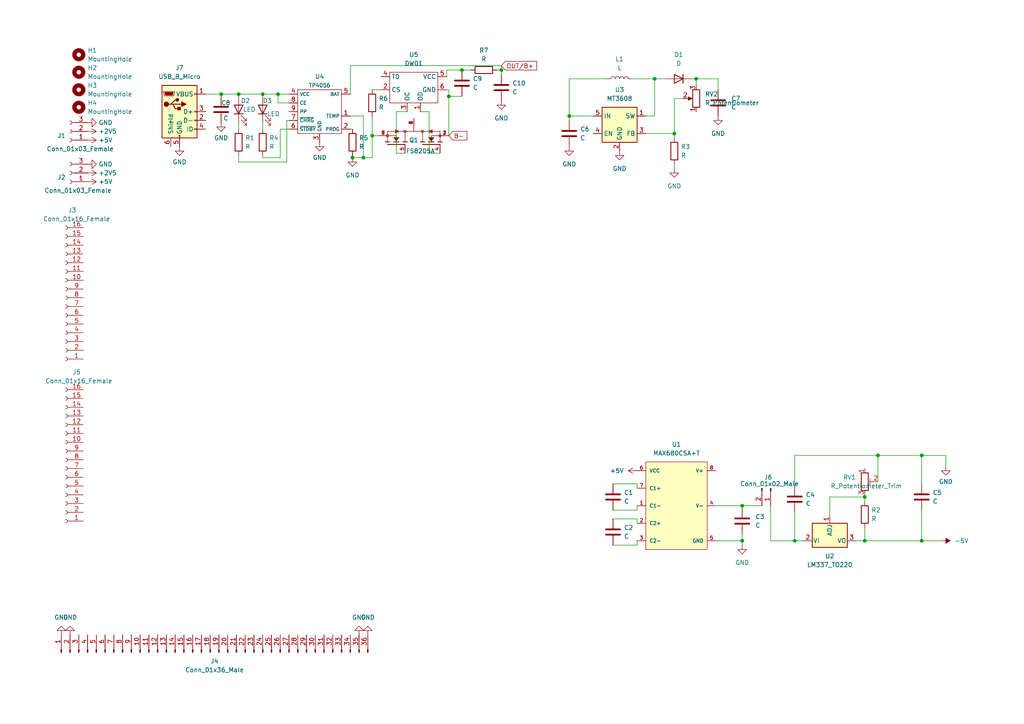
<source format=kicad_sch>
(kicad_sch (version 20211123) (generator eeschema)
  (paper "A4")
  (lib_symbols
    (symbol "Connector:Conn_01x02_Male" (pin_names (offset 1.016) hide)
      (property "Reference" "J" (at 0 2.54 0))
      (property "Value" "Conn_01x02_Male" (at 0 -5.08 0))
      (symbol "Conn_01x02_Male_1_1"
        (polyline (pts (xy 1.27 -2.54) (xy 0.8636 -2.54)) (stroke (width 0.1524)))
        (polyline (pts (xy 1.27 0) (xy 0.8636 0)) (stroke (width 0.1524)))
        (rectangle (start 0.8636 -2.413) (end 0 -2.667) (stroke (width 0.1524)) (fill (type outline)))
        (rectangle (start 0.8636 0.127) (end 0 -0.127) (stroke (width 0.1524)) (fill (type outline)))
        (pin passive line (at 5.08 0 180) (length 3.81) (name "Pin_1") (number "1"))
        (pin passive line (at 5.08 -2.54 180) (length 3.81) (name "Pin_2") (number "2"))
      )
    )
    (symbol "Connector:Conn_01x03_Female" (pin_names (offset 1.016) hide)
      (property "Reference" "J" (at 0 5.08 0))
      (property "Value" "Conn_01x03_Female" (at 0 -5.08 0))
      (symbol "Conn_01x03_Female_1_1"
        (arc (start 0 -2.032) (mid -0.508 -2.54) (end 0 -3.048) (stroke (width 0.1524)))
        (polyline (pts (xy -1.27 -2.54) (xy -0.508 -2.54)) (stroke (width 0.1524)))
        (polyline (pts (xy -1.27 0) (xy -0.508 0)) (stroke (width 0.1524)))
        (polyline (pts (xy -1.27 2.54) (xy -0.508 2.54)) (stroke (width 0.1524)))
        (arc (start 0 0.508) (mid -0.508 0) (end 0 -0.508) (stroke (width 0.1524)))
        (arc (start 0 3.048) (mid -0.508 2.54) (end 0 2.032) (stroke (width 0.1524)))
        (pin passive line (at -5.08 2.54 0) (length 3.81) (name "Pin_1") (number "1"))
        (pin passive line (at -5.08 0 0) (length 3.81) (name "Pin_2") (number "2"))
        (pin passive line (at -5.08 -2.54 0) (length 3.81) (name "Pin_3") (number "3"))
      )
    )
    (symbol "Connector:Conn_01x16_Female" (pin_names (offset 1.016) hide)
      (property "Reference" "J" (at 0 20.32 0))
      (property "Value" "Conn_01x16_Female" (at 0 -22.86 0))
      (symbol "Conn_01x16_Female_1_1"
        (arc (start 0 -19.812) (mid -0.508 -20.32) (end 0 -20.828) (stroke (width 0.1524)))
        (arc (start 0 -17.272) (mid -0.508 -17.78) (end 0 -18.288) (stroke (width 0.1524)))
        (arc (start 0 -14.732) (mid -0.508 -15.24) (end 0 -15.748) (stroke (width 0.1524)))
        (arc (start 0 -12.192) (mid -0.508 -12.7) (end 0 -13.208) (stroke (width 0.1524)))
        (arc (start 0 -9.652) (mid -0.508 -10.16) (end 0 -10.668) (stroke (width 0.1524)))
        (arc (start 0 -7.112) (mid -0.508 -7.62) (end 0 -8.128) (stroke (width 0.1524)))
        (arc (start 0 -4.572) (mid -0.508 -5.08) (end 0 -5.588) (stroke (width 0.1524)))
        (arc (start 0 -2.032) (mid -0.508 -2.54) (end 0 -3.048) (stroke (width 0.1524)))
        (polyline (pts (xy -1.27 -20.32) (xy -0.508 -20.32)) (stroke (width 0.1524)))
        (polyline (pts (xy -1.27 -17.78) (xy -0.508 -17.78)) (stroke (width 0.1524)))
        (polyline (pts (xy -1.27 -15.24) (xy -0.508 -15.24)) (stroke (width 0.1524)))
        (polyline (pts (xy -1.27 -12.7) (xy -0.508 -12.7)) (stroke (width 0.1524)))
        (polyline (pts (xy -1.27 -10.16) (xy -0.508 -10.16)) (stroke (width 0.1524)))
        (polyline (pts (xy -1.27 -7.62) (xy -0.508 -7.62)) (stroke (width 0.1524)))
        (polyline (pts (xy -1.27 -5.08) (xy -0.508 -5.08)) (stroke (width 0.1524)))
        (polyline (pts (xy -1.27 -2.54) (xy -0.508 -2.54)) (stroke (width 0.1524)))
        (polyline (pts (xy -1.27 0) (xy -0.508 0)) (stroke (width 0.1524)))
        (polyline (pts (xy -1.27 2.54) (xy -0.508 2.54)) (stroke (width 0.1524)))
        (polyline (pts (xy -1.27 5.08) (xy -0.508 5.08)) (stroke (width 0.1524)))
        (polyline (pts (xy -1.27 7.62) (xy -0.508 7.62)) (stroke (width 0.1524)))
        (polyline (pts (xy -1.27 10.16) (xy -0.508 10.16)) (stroke (width 0.1524)))
        (polyline (pts (xy -1.27 12.7) (xy -0.508 12.7)) (stroke (width 0.1524)))
        (polyline (pts (xy -1.27 15.24) (xy -0.508 15.24)) (stroke (width 0.1524)))
        (polyline (pts (xy -1.27 17.78) (xy -0.508 17.78)) (stroke (width 0.1524)))
        (arc (start 0 0.508) (mid -0.508 0) (end 0 -0.508) (stroke (width 0.1524)))
        (arc (start 0 3.048) (mid -0.508 2.54) (end 0 2.032) (stroke (width 0.1524)))
        (arc (start 0 5.588) (mid -0.508 5.08) (end 0 4.572) (stroke (width 0.1524)))
        (arc (start 0 8.128) (mid -0.508 7.62) (end 0 7.112) (stroke (width 0.1524)))
        (arc (start 0 10.668) (mid -0.508 10.16) (end 0 9.652) (stroke (width 0.1524)))
        (arc (start 0 13.208) (mid -0.508 12.7) (end 0 12.192) (stroke (width 0.1524)))
        (arc (start 0 15.748) (mid -0.508 15.24) (end 0 14.732) (stroke (width 0.1524)))
        (arc (start 0 18.288) (mid -0.508 17.78) (end 0 17.272) (stroke (width 0.1524)))
        (pin passive line (at -5.08 17.78 0) (length 3.81) (name "Pin_1") (number "1"))
        (pin passive line (at -5.08 -5.08 0) (length 3.81) (name "Pin_10") (number "10"))
        (pin passive line (at -5.08 -7.62 0) (length 3.81) (name "Pin_11") (number "11"))
        (pin passive line (at -5.08 -10.16 0) (length 3.81) (name "Pin_12") (number "12"))
        (pin passive line (at -5.08 -12.7 0) (length 3.81) (name "Pin_13") (number "13"))
        (pin passive line (at -5.08 -15.24 0) (length 3.81) (name "Pin_14") (number "14"))
        (pin passive line (at -5.08 -17.78 0) (length 3.81) (name "Pin_15") (number "15"))
        (pin passive line (at -5.08 -20.32 0) (length 3.81) (name "Pin_16") (number "16"))
        (pin passive line (at -5.08 15.24 0) (length 3.81) (name "Pin_2") (number "2"))
        (pin passive line (at -5.08 12.7 0) (length 3.81) (name "Pin_3") (number "3"))
        (pin passive line (at -5.08 10.16 0) (length 3.81) (name "Pin_4") (number "4"))
        (pin passive line (at -5.08 7.62 0) (length 3.81) (name "Pin_5") (number "5"))
        (pin passive line (at -5.08 5.08 0) (length 3.81) (name "Pin_6") (number "6"))
        (pin passive line (at -5.08 2.54 0) (length 3.81) (name "Pin_7") (number "7"))
        (pin passive line (at -5.08 0 0) (length 3.81) (name "Pin_8") (number "8"))
        (pin passive line (at -5.08 -2.54 0) (length 3.81) (name "Pin_9") (number "9"))
      )
    )
    (symbol "Connector:Conn_01x36_Male" (pin_names (offset 1.016) hide)
      (property "Reference" "J" (at 0 45.72 0))
      (property "Value" "Conn_01x36_Male" (at 0 -48.26 0))
      (symbol "Conn_01x36_Male_1_1"
        (polyline (pts (xy 1.27 -45.72) (xy 0.8636 -45.72)) (stroke (width 0.1524)))
        (polyline (pts (xy 1.27 -43.18) (xy 0.8636 -43.18)) (stroke (width 0.1524)))
        (polyline (pts (xy 1.27 -40.64) (xy 0.8636 -40.64)) (stroke (width 0.1524)))
        (polyline (pts (xy 1.27 -38.1) (xy 0.8636 -38.1)) (stroke (width 0.1524)))
        (polyline (pts (xy 1.27 -35.56) (xy 0.8636 -35.56)) (stroke (width 0.1524)))
        (polyline (pts (xy 1.27 -33.02) (xy 0.8636 -33.02)) (stroke (width 0.1524)))
        (polyline (pts (xy 1.27 -30.48) (xy 0.8636 -30.48)) (stroke (width 0.1524)))
        (polyline (pts (xy 1.27 -27.94) (xy 0.8636 -27.94)) (stroke (width 0.1524)))
        (polyline (pts (xy 1.27 -25.4) (xy 0.8636 -25.4)) (stroke (width 0.1524)))
        (polyline (pts (xy 1.27 -22.86) (xy 0.8636 -22.86)) (stroke (width 0.1524)))
        (polyline (pts (xy 1.27 -20.32) (xy 0.8636 -20.32)) (stroke (width 0.1524)))
        (polyline (pts (xy 1.27 -17.78) (xy 0.8636 -17.78)) (stroke (width 0.1524)))
        (polyline (pts (xy 1.27 -15.24) (xy 0.8636 -15.24)) (stroke (width 0.1524)))
        (polyline (pts (xy 1.27 -12.7) (xy 0.8636 -12.7)) (stroke (width 0.1524)))
        (polyline (pts (xy 1.27 -10.16) (xy 0.8636 -10.16)) (stroke (width 0.1524)))
        (polyline (pts (xy 1.27 -7.62) (xy 0.8636 -7.62)) (stroke (width 0.1524)))
        (polyline (pts (xy 1.27 -5.08) (xy 0.8636 -5.08)) (stroke (width 0.1524)))
        (polyline (pts (xy 1.27 -2.54) (xy 0.8636 -2.54)) (stroke (width 0.1524)))
        (polyline (pts (xy 1.27 0) (xy 0.8636 0)) (stroke (width 0.1524)))
        (polyline (pts (xy 1.27 2.54) (xy 0.8636 2.54)) (stroke (width 0.1524)))
        (polyline (pts (xy 1.27 5.08) (xy 0.8636 5.08)) (stroke (width 0.1524)))
        (polyline (pts (xy 1.27 7.62) (xy 0.8636 7.62)) (stroke (width 0.1524)))
        (polyline (pts (xy 1.27 10.16) (xy 0.8636 10.16)) (stroke (width 0.1524)))
        (polyline (pts (xy 1.27 12.7) (xy 0.8636 12.7)) (stroke (width 0.1524)))
        (polyline (pts (xy 1.27 15.24) (xy 0.8636 15.24)) (stroke (width 0.1524)))
        (polyline (pts (xy 1.27 17.78) (xy 0.8636 17.78)) (stroke (width 0.1524)))
        (polyline (pts (xy 1.27 20.32) (xy 0.8636 20.32)) (stroke (width 0.1524)))
        (polyline (pts (xy 1.27 22.86) (xy 0.8636 22.86)) (stroke (width 0.1524)))
        (polyline (pts (xy 1.27 25.4) (xy 0.8636 25.4)) (stroke (width 0.1524)))
        (polyline (pts (xy 1.27 27.94) (xy 0.8636 27.94)) (stroke (width 0.1524)))
        (polyline (pts (xy 1.27 30.48) (xy 0.8636 30.48)) (stroke (width 0.1524)))
        (polyline (pts (xy 1.27 33.02) (xy 0.8636 33.02)) (stroke (width 0.1524)))
        (polyline (pts (xy 1.27 35.56) (xy 0.8636 35.56)) (stroke (width 0.1524)))
        (polyline (pts (xy 1.27 38.1) (xy 0.8636 38.1)) (stroke (width 0.1524)))
        (polyline (pts (xy 1.27 40.64) (xy 0.8636 40.64)) (stroke (width 0.1524)))
        (polyline (pts (xy 1.27 43.18) (xy 0.8636 43.18)) (stroke (width 0.1524)))
        (rectangle (start 0.8636 -45.593) (end 0 -45.847) (stroke (width 0.1524)) (fill (type outline)))
        (rectangle (start 0.8636 -43.053) (end 0 -43.307) (stroke (width 0.1524)) (fill (type outline)))
        (rectangle (start 0.8636 -40.513) (end 0 -40.767) (stroke (width 0.1524)) (fill (type outline)))
        (rectangle (start 0.8636 -37.973) (end 0 -38.227) (stroke (width 0.1524)) (fill (type outline)))
        (rectangle (start 0.8636 -35.433) (end 0 -35.687) (stroke (width 0.1524)) (fill (type outline)))
        (rectangle (start 0.8636 -32.893) (end 0 -33.147) (stroke (width 0.1524)) (fill (type outline)))
        (rectangle (start 0.8636 -30.353) (end 0 -30.607) (stroke (width 0.1524)) (fill (type outline)))
        (rectangle (start 0.8636 -27.813) (end 0 -28.067) (stroke (width 0.1524)) (fill (type outline)))
        (rectangle (start 0.8636 -25.273) (end 0 -25.527) (stroke (width 0.1524)) (fill (type outline)))
        (rectangle (start 0.8636 -22.733) (end 0 -22.987) (stroke (width 0.1524)) (fill (type outline)))
        (rectangle (start 0.8636 -20.193) (end 0 -20.447) (stroke (width 0.1524)) (fill (type outline)))
        (rectangle (start 0.8636 -17.653) (end 0 -17.907) (stroke (width 0.1524)) (fill (type outline)))
        (rectangle (start 0.8636 -15.113) (end 0 -15.367) (stroke (width 0.1524)) (fill (type outline)))
        (rectangle (start 0.8636 -12.573) (end 0 -12.827) (stroke (width 0.1524)) (fill (type outline)))
        (rectangle (start 0.8636 -10.033) (end 0 -10.287) (stroke (width 0.1524)) (fill (type outline)))
        (rectangle (start 0.8636 -7.493) (end 0 -7.747) (stroke (width 0.1524)) (fill (type outline)))
        (rectangle (start 0.8636 -4.953) (end 0 -5.207) (stroke (width 0.1524)) (fill (type outline)))
        (rectangle (start 0.8636 -2.413) (end 0 -2.667) (stroke (width 0.1524)) (fill (type outline)))
        (rectangle (start 0.8636 0.127) (end 0 -0.127) (stroke (width 0.1524)) (fill (type outline)))
        (rectangle (start 0.8636 2.667) (end 0 2.413) (stroke (width 0.1524)) (fill (type outline)))
        (rectangle (start 0.8636 5.207) (end 0 4.953) (stroke (width 0.1524)) (fill (type outline)))
        (rectangle (start 0.8636 7.747) (end 0 7.493) (stroke (width 0.1524)) (fill (type outline)))
        (rectangle (start 0.8636 10.287) (end 0 10.033) (stroke (width 0.1524)) (fill (type outline)))
        (rectangle (start 0.8636 12.827) (end 0 12.573) (stroke (width 0.1524)) (fill (type outline)))
        (rectangle (start 0.8636 15.367) (end 0 15.113) (stroke (width 0.1524)) (fill (type outline)))
        (rectangle (start 0.8636 17.907) (end 0 17.653) (stroke (width 0.1524)) (fill (type outline)))
        (rectangle (start 0.8636 20.447) (end 0 20.193) (stroke (width 0.1524)) (fill (type outline)))
        (rectangle (start 0.8636 22.987) (end 0 22.733) (stroke (width 0.1524)) (fill (type outline)))
        (rectangle (start 0.8636 25.527) (end 0 25.273) (stroke (width 0.1524)) (fill (type outline)))
        (rectangle (start 0.8636 28.067) (end 0 27.813) (stroke (width 0.1524)) (fill (type outline)))
        (rectangle (start 0.8636 30.607) (end 0 30.353) (stroke (width 0.1524)) (fill (type outline)))
        (rectangle (start 0.8636 33.147) (end 0 32.893) (stroke (width 0.1524)) (fill (type outline)))
        (rectangle (start 0.8636 35.687) (end 0 35.433) (stroke (width 0.1524)) (fill (type outline)))
        (rectangle (start 0.8636 38.227) (end 0 37.973) (stroke (width 0.1524)) (fill (type outline)))
        (rectangle (start 0.8636 40.767) (end 0 40.513) (stroke (width 0.1524)) (fill (type outline)))
        (rectangle (start 0.8636 43.307) (end 0 43.053) (stroke (width 0.1524)) (fill (type outline)))
        (pin passive line (at 5.08 43.18 180) (length 3.81) (name "Pin_1") (number "1"))
        (pin passive line (at 5.08 20.32 180) (length 3.81) (name "Pin_10") (number "10"))
        (pin passive line (at 5.08 17.78 180) (length 3.81) (name "Pin_11") (number "11"))
        (pin passive line (at 5.08 15.24 180) (length 3.81) (name "Pin_12") (number "12"))
        (pin passive line (at 5.08 12.7 180) (length 3.81) (name "Pin_13") (number "13"))
        (pin passive line (at 5.08 10.16 180) (length 3.81) (name "Pin_14") (number "14"))
        (pin passive line (at 5.08 7.62 180) (length 3.81) (name "Pin_15") (number "15"))
        (pin passive line (at 5.08 5.08 180) (length 3.81) (name "Pin_16") (number "16"))
        (pin passive line (at 5.08 2.54 180) (length 3.81) (name "Pin_17") (number "17"))
        (pin passive line (at 5.08 0 180) (length 3.81) (name "Pin_18") (number "18"))
        (pin passive line (at 5.08 -2.54 180) (length 3.81) (name "Pin_19") (number "19"))
        (pin passive line (at 5.08 40.64 180) (length 3.81) (name "Pin_2") (number "2"))
        (pin passive line (at 5.08 -5.08 180) (length 3.81) (name "Pin_20") (number "20"))
        (pin passive line (at 5.08 -7.62 180) (length 3.81) (name "Pin_21") (number "21"))
        (pin passive line (at 5.08 -10.16 180) (length 3.81) (name "Pin_22") (number "22"))
        (pin passive line (at 5.08 -12.7 180) (length 3.81) (name "Pin_23") (number "23"))
        (pin passive line (at 5.08 -15.24 180) (length 3.81) (name "Pin_24") (number "24"))
        (pin passive line (at 5.08 -17.78 180) (length 3.81) (name "Pin_25") (number "25"))
        (pin passive line (at 5.08 -20.32 180) (length 3.81) (name "Pin_26") (number "26"))
        (pin passive line (at 5.08 -22.86 180) (length 3.81) (name "Pin_27") (number "27"))
        (pin passive line (at 5.08 -25.4 180) (length 3.81) (name "Pin_28") (number "28"))
        (pin passive line (at 5.08 -27.94 180) (length 3.81) (name "Pin_29") (number "29"))
        (pin passive line (at 5.08 38.1 180) (length 3.81) (name "Pin_3") (number "3"))
        (pin passive line (at 5.08 -30.48 180) (length 3.81) (name "Pin_30") (number "30"))
        (pin passive line (at 5.08 -33.02 180) (length 3.81) (name "Pin_31") (number "31"))
        (pin passive line (at 5.08 -35.56 180) (length 3.81) (name "Pin_32") (number "32"))
        (pin passive line (at 5.08 -38.1 180) (length 3.81) (name "Pin_33") (number "33"))
        (pin passive line (at 5.08 -40.64 180) (length 3.81) (name "Pin_34") (number "34"))
        (pin passive line (at 5.08 -43.18 180) (length 3.81) (name "Pin_35") (number "35"))
        (pin passive line (at 5.08 -45.72 180) (length 3.81) (name "Pin_36") (number "36"))
        (pin passive line (at 5.08 35.56 180) (length 3.81) (name "Pin_4") (number "4"))
        (pin passive line (at 5.08 33.02 180) (length 3.81) (name "Pin_5") (number "5"))
        (pin passive line (at 5.08 30.48 180) (length 3.81) (name "Pin_6") (number "6"))
        (pin passive line (at 5.08 27.94 180) (length 3.81) (name "Pin_7") (number "7"))
        (pin passive line (at 5.08 25.4 180) (length 3.81) (name "Pin_8") (number "8"))
        (pin passive line (at 5.08 22.86 180) (length 3.81) (name "Pin_9") (number "9"))
      )
    )
    (symbol "Connector:USB_B_Micro" (pin_names (offset 1.016))
      (property "Reference" "J" (at -5.08 11.43 0))
      (property "Value" "USB_B_Micro" (at -5.08 8.89 0))
      (symbol "USB_B_Micro_0_1"
        (rectangle (start -5.08 -7.62) (end 5.08 7.62) (stroke (width 0.254)) (fill (type background)))
        (circle (center -3.81 2.159) (radius 0.635) (stroke (width 0.254)) (fill (type outline)))
        (circle (center -0.635 3.429) (radius 0.381) (stroke (width 0.254)) (fill (type outline)))
        (rectangle (start -0.127 -7.62) (end 0.127 -6.858))
        (polyline (pts (xy -1.905 2.159) (xy 0.635 2.159)) (stroke (width 0.254)))
        (polyline (pts (xy -3.175 2.159) (xy -2.54 2.159) (xy -1.27 3.429) (xy -0.635 3.429)) (stroke (width 0.254)))
        (polyline (pts (xy -2.54 2.159) (xy -1.905 2.159) (xy -1.27 0.889) (xy 0 0.889)) (stroke (width 0.254)))
        (polyline (pts (xy 0.635 2.794) (xy 0.635 1.524) (xy 1.905 2.159) (xy 0.635 2.794)) (stroke (width 0.254)) (fill (type outline)))
        (polyline (pts (xy -4.318 5.588) (xy -1.778 5.588) (xy -2.032 4.826) (xy -4.064 4.826) (xy -4.318 5.588)) (fill (type outline)))
        (polyline (pts (xy -4.699 5.842) (xy -4.699 5.588) (xy -4.445 4.826) (xy -4.445 4.572) (xy -1.651 4.572) (xy -1.651 4.826) (xy -1.397 5.588) (xy -1.397 5.842) (xy -4.699 5.842)))
        (rectangle (start 0.254 1.27) (end -0.508 0.508) (stroke (width 0.254)) (fill (type outline)))
        (rectangle (start 5.08 -5.207) (end 4.318 -4.953))
        (rectangle (start 5.08 -2.667) (end 4.318 -2.413))
        (rectangle (start 5.08 -0.127) (end 4.318 0.127))
        (rectangle (start 5.08 4.953) (end 4.318 5.207))
      )
      (symbol "USB_B_Micro_1_1"
        (pin power_out line (at 7.62 5.08 180) (length 2.54) (name "VBUS") (number "1"))
        (pin bidirectional line (at 7.62 -2.54 180) (length 2.54) (name "D-") (number "2"))
        (pin bidirectional line (at 7.62 0 180) (length 2.54) (name "D+") (number "3"))
        (pin passive line (at 7.62 -5.08 180) (length 2.54) (name "ID") (number "4"))
        (pin power_out line (at 0 -10.16 90) (length 2.54) (name "GND") (number "5"))
        (pin passive line (at -2.54 -10.16 90) (length 2.54) (name "Shield") (number "6"))
      )
    )
    (symbol "Device:C" (pin_numbers hide) (pin_names (offset 0.254))
      (property "Reference" "C" (at 0.635 2.54 0))
      (property "Value" "C" (at 0.635 -2.54 0))
      (symbol "C_0_1"
        (polyline (pts (xy -2.032 -0.762) (xy 2.032 -0.762)) (stroke (width 0.508)))
        (polyline (pts (xy -2.032 0.762) (xy 2.032 0.762)) (stroke (width 0.508)))
      )
      (symbol "C_1_1"
        (pin passive line (at 0 3.81 270) (length 2.794) (name "~") (number "1"))
        (pin passive line (at 0 -3.81 90) (length 2.794) (name "~") (number "2"))
      )
    )
    (symbol "Device:D" (pin_numbers hide) (pin_names (offset 1.016) hide)
      (property "Reference" "D" (at 0 2.54 0))
      (property "Value" "D" (at 0 -2.54 0))
      (symbol "D_0_1"
        (polyline (pts (xy -1.27 1.27) (xy -1.27 -1.27)) (stroke (width 0.254)))
        (polyline (pts (xy 1.27 0) (xy -1.27 0)))
        (polyline (pts (xy 1.27 1.27) (xy 1.27 -1.27) (xy -1.27 0) (xy 1.27 1.27)) (stroke (width 0.254)))
      )
      (symbol "D_1_1"
        (pin passive line (at -3.81 0 0) (length 2.54) (name "K") (number "1"))
        (pin passive line (at 3.81 0 180) (length 2.54) (name "A") (number "2"))
      )
    )
    (symbol "Device:L" (pin_numbers hide) (pin_names (offset 1.016) hide)
      (property "Reference" "L" (at -1.27 0 90))
      (property "Value" "L" (at 1.905 0 90))
      (symbol "L_0_1"
        (arc (start 0 -2.54) (mid 0.635 -1.905) (end 0 -1.27))
        (arc (start 0 -1.27) (mid 0.635 -0.635) (end 0 0))
        (arc (start 0 0) (mid 0.635 0.635) (end 0 1.27))
        (arc (start 0 1.27) (mid 0.635 1.905) (end 0 2.54))
      )
      (symbol "L_1_1"
        (pin passive line (at 0 3.81 270) (length 1.27) (name "1") (number "1"))
        (pin passive line (at 0 -3.81 90) (length 1.27) (name "2") (number "2"))
      )
    )
    (symbol "Device:LED" (pin_numbers hide) (pin_names (offset 1.016) hide)
      (property "Reference" "D" (at 0 2.54 0))
      (property "Value" "LED" (at 0 -2.54 0))
      (symbol "LED_0_1"
        (polyline (pts (xy -1.27 -1.27) (xy -1.27 1.27)) (stroke (width 0.254)))
        (polyline (pts (xy -1.27 0) (xy 1.27 0)))
        (polyline (pts (xy 1.27 -1.27) (xy 1.27 1.27) (xy -1.27 0) (xy 1.27 -1.27)) (stroke (width 0.254)))
        (polyline (pts (xy -3.048 -0.762) (xy -4.572 -2.286) (xy -3.81 -2.286) (xy -4.572 -2.286) (xy -4.572 -1.524)))
        (polyline (pts (xy -1.778 -0.762) (xy -3.302 -2.286) (xy -2.54 -2.286) (xy -3.302 -2.286) (xy -3.302 -1.524)))
      )
      (symbol "LED_1_1"
        (pin passive line (at -3.81 0 0) (length 2.54) (name "K") (number "1"))
        (pin passive line (at 3.81 0 180) (length 2.54) (name "A") (number "2"))
      )
    )
    (symbol "Device:R" (pin_numbers hide) (pin_names (offset 0))
      (property "Reference" "R" (at 2.032 0 90))
      (property "Value" "R" (at 0 0 90))
      (symbol "R_0_1"
        (rectangle (start -1.016 -2.54) (end 1.016 2.54) (stroke (width 0.254)))
      )
      (symbol "R_1_1"
        (pin passive line (at 0 3.81 270) (length 1.27) (name "~") (number "1"))
        (pin passive line (at 0 -3.81 90) (length 1.27) (name "~") (number "2"))
      )
    )
    (symbol "Device:R_Potentiometer" (pin_names (offset 1.016) hide)
      (property "Reference" "RV" (at -4.445 0 90))
      (property "Value" "R_Potentiometer" (at -2.54 0 90))
      (symbol "R_Potentiometer_0_1"
        (polyline (pts (xy 2.54 0) (xy 1.524 0)))
        (polyline (pts (xy 1.143 0) (xy 2.286 0.508) (xy 2.286 -0.508) (xy 1.143 0)) (fill (type outline)))
        (rectangle (start 1.016 2.54) (end -1.016 -2.54) (stroke (width 0.254)))
      )
      (symbol "R_Potentiometer_1_1"
        (pin passive line (at 0 3.81 270) (length 1.27) (name "1") (number "1"))
        (pin passive line (at 3.81 0 180) (length 1.27) (name "2") (number "2"))
        (pin passive line (at 0 -3.81 90) (length 1.27) (name "3") (number "3"))
      )
    )
    (symbol "Device:R_Potentiometer_Trim" (pin_names (offset 1.016) hide)
      (property "Reference" "RV" (at -4.445 0 90))
      (property "Value" "R_Potentiometer_Trim" (at -2.54 0 90))
      (symbol "R_Potentiometer_Trim_0_1"
        (polyline (pts (xy 1.524 0.762) (xy 1.524 -0.762)))
        (polyline (pts (xy 2.54 0) (xy 1.524 0)))
        (rectangle (start 1.016 2.54) (end -1.016 -2.54) (stroke (width 0.254)))
      )
      (symbol "R_Potentiometer_Trim_1_1"
        (pin passive line (at 0 3.81 270) (length 1.27) (name "1") (number "1"))
        (pin passive line (at 3.81 0 180) (length 1.27) (name "2") (number "2"))
        (pin passive line (at 0 -3.81 90) (length 1.27) (name "3") (number "3"))
      )
    )
    (symbol "FS8205A:FS8205A" (pin_names (offset 1.016))
      (property "Reference" "Q" (at -11.43 7.62 0))
      (property "Value" "FS8205A" (at -11.43 -12.7 0))
      (symbol "FS8205A_0_0"
        (circle (center 0 -7.62) (radius 0.3592))
        (polyline (pts (xy -2.54 -2.54) (xy -2.54 -7.62)) (stroke (width 0.254)))
        (polyline (pts (xy -2.54 7.62) (xy -2.54 2.54)) (stroke (width 0.254)))
        (polyline (pts (xy -1.778 -7.62) (xy -1.778 -8.255)) (stroke (width 0.254)))
        (polyline (pts (xy -1.778 -6.985) (xy -1.778 -7.62)) (stroke (width 0.254)))
        (polyline (pts (xy -1.778 -5.08) (xy -1.778 -5.842)) (stroke (width 0.254)))
        (polyline (pts (xy -1.778 -5.08) (xy 0 -5.08)) (stroke (width 0.1524)))
        (polyline (pts (xy -1.778 -4.318) (xy -1.778 -5.08)) (stroke (width 0.254)))
        (polyline (pts (xy -1.778 -2.54) (xy -1.778 -3.175)) (stroke (width 0.254)))
        (polyline (pts (xy -1.778 -2.54) (xy 1.27 -2.54)) (stroke (width 0.1524)))
        (polyline (pts (xy -1.778 -1.905) (xy -1.778 -2.54)) (stroke (width 0.254)))
        (polyline (pts (xy -1.778 2.54) (xy -1.778 1.905)) (stroke (width 0.254)))
        (polyline (pts (xy -1.778 3.175) (xy -1.778 2.54)) (stroke (width 0.254)))
        (polyline (pts (xy -1.778 5.08) (xy -1.778 4.318)) (stroke (width 0.254)))
        (polyline (pts (xy -1.778 5.08) (xy 0 5.08)) (stroke (width 0.1524)))
        (polyline (pts (xy -1.778 5.842) (xy -1.778 5.08)) (stroke (width 0.254)))
        (polyline (pts (xy -1.778 7.62) (xy -1.778 6.985)) (stroke (width 0.254)))
        (polyline (pts (xy -1.778 7.62) (xy 1.27 7.62)) (stroke (width 0.1524)))
        (polyline (pts (xy -1.778 8.255) (xy -1.778 7.62)) (stroke (width 0.254)))
        (polyline (pts (xy 0 -7.62) (xy -1.778 -7.62)) (stroke (width 0.1524)))
        (polyline (pts (xy 0 -7.62) (xy 1.27 -7.62)) (stroke (width 0.1524)))
        (polyline (pts (xy 0 -5.08) (xy 0 -7.62)) (stroke (width 0.1524)))
        (polyline (pts (xy 0 7.62) (xy 0 5.08)) (stroke (width 0.1524)))
        (polyline (pts (xy 0.762 4.572) (xy 1.27 4.572)) (stroke (width 0.1524)))
        (polyline (pts (xy 1.27 -4.572) (xy 0.762 -4.572)) (stroke (width 0.1524)))
        (polyline (pts (xy 1.27 -4.572) (xy 1.27 -7.62)) (stroke (width 0.1524)))
        (polyline (pts (xy 1.27 -2.54) (xy 1.27 -4.572)) (stroke (width 0.1524)))
        (polyline (pts (xy 1.27 -2.54) (xy 1.27 0)) (stroke (width 0.1524)))
        (polyline (pts (xy 1.27 0) (xy 1.27 2.54)) (stroke (width 0.1524)))
        (polyline (pts (xy 1.27 0) (xy 2.54 0)) (stroke (width 0.1524)))
        (polyline (pts (xy 1.27 2.54) (xy -1.778 2.54)) (stroke (width 0.1524)))
        (polyline (pts (xy 1.27 2.54) (xy 1.27 4.572)) (stroke (width 0.1524)))
        (polyline (pts (xy 1.27 4.572) (xy 1.27 7.62)) (stroke (width 0.1524)))
        (polyline (pts (xy 1.27 4.572) (xy 1.778 4.572)) (stroke (width 0.1524)))
        (polyline (pts (xy 1.778 -4.572) (xy 1.27 -4.572)) (stroke (width 0.1524)))
        (polyline (pts (xy -1.524 -5.08) (xy -0.508 -4.318) (xy -0.508 -5.842) (xy -1.524 -5.08)) (stroke (width 0.1524)) (fill (type outline)))
        (polyline (pts (xy -1.524 5.08) (xy -0.508 5.842) (xy -0.508 4.318) (xy -1.524 5.08)) (stroke (width 0.1524)) (fill (type outline)))
        (polyline (pts (xy 1.27 -4.572) (xy 0.762 -5.334) (xy 1.778 -5.334) (xy 1.27 -4.572)) (stroke (width 0.1524)) (fill (type outline)))
        (polyline (pts (xy 1.27 4.572) (xy 1.778 5.334) (xy 0.762 5.334) (xy 1.27 4.572)) (stroke (width 0.1524)) (fill (type outline)))
        (circle (center 0 7.62) (radius 0.3592))
        (circle (center 1.27 -2.54) (radius 0.3592))
        (circle (center 1.27 2.54) (radius 0.3592))
        (pin passive line (at 5.08 0 180) (length 2.54) (name "~") (number "1"))
        (pin passive line (at 0 -10.16 90) (length 2.54) (name "~") (number "2"))
        (pin passive line (at 0 -10.16 90) (length 2.54) (name "~") (number "3"))
        (pin passive line (at -5.08 -7.62 0) (length 2.54) (name "~") (number "4"))
        (pin passive line (at -5.08 2.54 0) (length 2.54) (name "~") (number "5"))
        (pin passive line (at 0 10.16 270) (length 2.54) (name "~") (number "6"))
        (pin passive line (at 0 10.16 270) (length 2.54) (name "~") (number "7"))
        (pin passive line (at 5.08 0 180) (length 2.54) (name "~") (number "8"))
      )
    )
    (symbol "Mechanical:MountingHole" (pin_names (offset 1.016))
      (property "Reference" "H" (at 0 5.08 0))
      (property "Value" "MountingHole" (at 0 3.175 0))
      (symbol "MountingHole_0_1"
        (circle (center 0 0) (radius 1.27) (stroke (width 1.27)))
      )
    )
    (symbol "Regulator_Linear:LM337_TO220" (pin_names (offset 0.254))
      (property "Reference" "U" (at -3.81 -3.175 0))
      (property "Value" "LM337_TO220" (at 0 -3.175 0))
      (symbol "LM337_TO220_0_1"
        (rectangle (start -5.08 5.08) (end 5.08 -1.905) (stroke (width 0.254)) (fill (type background)))
      )
      (symbol "LM337_TO220_1_1"
        (pin input line (at 0 7.62 270) (length 2.54) (name "ADJ") (number "1"))
        (pin power_in line (at -7.62 0 0) (length 2.54) (name "VI") (number "2"))
        (pin power_out line (at 7.62 0 180) (length 2.54) (name "VO") (number "3"))
      )
    )
    (symbol "Regulator_Switching:MT3608"
      (property "Reference" "U" (at -2.54 8.89 0))
      (property "Value" "MT3608" (at -3.81 6.35 0))
      (symbol "MT3608_0_1"
        (rectangle (start -5.08 5.08) (end 5.08 -5.08) (stroke (width 0.254)) (fill (type background)))
      )
      (symbol "MT3608_1_1"
        (pin passive line (at 7.62 2.54 180) (length 2.54) (name "SW") (number "1"))
        (pin power_in line (at 0 -7.62 90) (length 2.54) (name "GND") (number "2"))
        (pin input line (at 7.62 -2.54 180) (length 2.54) (name "FB") (number "3"))
        (pin input line (at -7.62 -2.54 0) (length 2.54) (name "EN") (number "4"))
        (pin power_in line (at -7.62 2.54 0) (length 2.54) (name "IN") (number "5"))
        (pin no_connect line (at 5.08 0 180) (length 2.54) hide (name "NC") (number "6"))
      )
    )
    (symbol "dw01:DW01"
      (property "Reference" "U" (at 1.27 10.16 0))
      (property "Value" "DW01" (at 11.43 10.16 0))
      (symbol "DW01_0_1"
        (rectangle (start 0 8.89) (end 13.97 0))
      )
      (symbol "DW01_1_1"
        (pin input line (at 8.89 -2.54 90) (length 2.54) (name "OD") (number "1"))
        (pin input line (at -2.54 3.81 0) (length 2.54) (name "CS") (number "2"))
        (pin input line (at 5.08 -2.54 90) (length 2.54) (name "OC") (number "3"))
        (pin input line (at -2.54 7.62 0) (length 2.54) (name "TD") (number "4"))
        (pin input line (at 16.51 7.62 180) (length 2.54) (name "VCC") (number "5"))
        (pin input line (at 16.51 3.81 180) (length 2.54) (name "GND") (number "6"))
      )
    )
    (symbol "eec:MAX680CSA+T" (pin_names (offset 1.016))
      (property "Reference" "U" (at 0 5.08 0))
      (property "Value" "MAX680CSA+T" (at 0 7.62 0))
      (symbol "MAX680CSA+T_1_1"
        (rectangle (start 5.08 2.54) (end 22.86 -22.86) (fill (type background)))
        (pin passive line (at 2.54 -10.16 0) (length 2.54) (name "C1-") (number "1"))
        (pin passive line (at 2.54 -15.24 0) (length 2.54) (name "C2+") (number "2"))
        (pin passive line (at 2.54 -20.32 0) (length 2.54) (name "C2-") (number "3"))
        (pin power_in line (at 25.4 -10.16 180) (length 2.54) (name "V-") (number "4"))
        (pin power_in line (at 25.4 -20.32 180) (length 2.54) (name "GND") (number "5"))
        (pin power_in line (at 2.54 0 0) (length 2.54) (name "VCC") (number "6"))
        (pin passive line (at 2.54 -5.08 0) (length 2.54) (name "C1+") (number "7"))
        (pin power_in line (at 25.4 0 180) (length 2.54) (name "V+") (number "8"))
      )
    )
    (symbol "power:+2V5" (power) (pin_names (offset 0))
      (property "Value" "+2V5" (at 0 3.556 0))
      (symbol "+2V5_0_1"
        (polyline (pts (xy -0.762 1.27) (xy 0 2.54)))
        (polyline (pts (xy 0 0) (xy 0 2.54)))
        (polyline (pts (xy 0 2.54) (xy 0.762 1.27)))
      )
      (symbol "+2V5_1_1"
        (pin power_in line (at 0 0 90) (length 0) hide (name "+2V5") (number "1"))
      )
    )
    (symbol "power:+5V" (power) (pin_names (offset 0))
      (property "Value" "+5V" (at 0 3.556 0))
      (symbol "+5V_0_1"
        (polyline (pts (xy -0.762 1.27) (xy 0 2.54)))
        (polyline (pts (xy 0 0) (xy 0 2.54)))
        (polyline (pts (xy 0 2.54) (xy 0.762 1.27)))
      )
      (symbol "+5V_1_1"
        (pin power_in line (at 0 0 90) (length 0) hide (name "+5V") (number "1"))
      )
    )
    (symbol "power:-5V" (power) (pin_names (offset 0))
      (property "Value" "-5V" (at 0 3.81 0))
      (symbol "-5V_0_0"
        (pin power_in line (at 0 0 90) (length 0) hide (name "-5V") (number "1"))
      )
      (symbol "-5V_0_1"
        (polyline (pts (xy 0 0) (xy 0 1.27) (xy 0.762 1.27) (xy 0 2.54) (xy -0.762 1.27) (xy 0 1.27)) (fill (type outline)))
      )
    )
    (symbol "power:GND" (power) (pin_names (offset 0))
      (property "Value" "GND" (at 0 -3.81 0))
      (symbol "GND_0_1"
        (polyline (pts (xy 0 0) (xy 0 -1.27) (xy 1.27 -1.27) (xy 0 -2.54) (xy -1.27 -1.27) (xy 0 -1.27)))
      )
      (symbol "GND_1_1"
        (pin power_in line (at 0 0 270) (length 0) hide (name "GND") (number "1"))
      )
    )
    (symbol "tp4056:TP4056"
      (property "Reference" "U" (at 1.27 13.97 0))
      (property "Value" "TP4056" (at 8.89 13.97 0))
      (symbol "TP4056_0_1"
        (rectangle (start 0 12.7) (end 12.7 0))
      )
      (symbol "TP4056_1_1"
        (pin input line (at 15.24 5.08 180) (length 2.54) (name "TEMP") (number "1"))
        (pin input line (at 15.24 1.27 180) (length 2.54) (name "PROG") (number "2"))
        (pin input line (at 6.35 -2.54 90) (length 2.54) (name "GND") (number "3"))
        (pin input line (at -2.54 11.43 0) (length 2.54) (name "VCC") (number "4"))
        (pin input line (at 15.24 11.43 180) (length 2.54) (name "BAT") (number "5"))
        (pin input line (at -2.54 1.27 0) (length 2.54) (name "~{STDBY}") (number "6"))
        (pin input line (at -2.54 3.81 0) (length 2.54) (name "~{CHRG}") (number "7"))
        (pin input line (at -2.54 8.89 0) (length 2.54) (name "CE") (number "8"))
        (pin input line (at -2.54 6.35 0) (length 2.54) (name "PP") (number "9"))
      )
    )
  )
  (junction (at 254.635 132.08))
  (junction (at 267.335 132.08))
  (junction (at 80.645 27.305))
  (junction (at 145.415 20.32))
  (junction (at 195.58 38.735))
  (junction (at 250.825 144.145))
  (junction (at 201.93 22.86))
  (junction (at 102.235 45.72))
  (junction (at 133.985 20.32))
  (junction (at 105.41 45.72))
  (junction (at 76.2 27.305))
  (junction (at 230.505 156.845))
  (junction (at 189.865 22.86))
  (junction (at 267.335 156.845))
  (junction (at 64.135 27.305))
  (junction (at 250.825 156.845))
  (junction (at 130.175 27.94))
  (junction (at 215.265 156.845))
  (junction (at 165.1 33.655))
  (junction (at 107.95 39.37))
  (junction (at 215.265 146.685))
  (junction (at 69.215 27.305))
  (wire (pts (xy 207.645 156.845) (xy 215.265 156.845)))
  (wire (pts (xy 64.135 27.305) (xy 69.215 27.305)))
  (wire (pts (xy 107.95 45.72) (xy 105.41 45.72)))
  (wire (pts (xy 69.215 27.305) (xy 76.2 27.305)))
  (wire (pts (xy 69.215 27.305) (xy 69.215 27.94)))
  (wire (pts (xy 101.6 37.465) (xy 102.235 37.465)))
  (wire (pts (xy 201.93 22.86) (xy 208.28 22.86)))
  (wire (pts (xy 208.28 22.86) (xy 208.28 26.035)))
  (wire (pts (xy 145.415 19.05) (xy 101.6 19.05)))
  (wire (pts (xy 177.8 158.115) (xy 184.785 158.115)))
  (wire (pts (xy 105.41 33.655) (xy 105.41 45.72)))
  (wire (pts (xy 165.1 33.655) (xy 172.085 33.655)))
  (wire (pts (xy 145.415 21.59) (xy 145.415 20.32)))
  (wire (pts (xy 273.05 156.845) (xy 267.335 156.845)))
  (wire (pts (xy 250.825 143.51) (xy 250.825 144.145)))
  (wire (pts (xy 102.235 45.72) (xy 102.235 45.085)))
  (wire (pts (xy 195.58 47.625) (xy 195.58 48.895)))
  (wire (pts (xy 250.825 144.145) (xy 240.665 144.145)))
  (wire (pts (xy 76.2 35.56) (xy 76.2 37.465)))
  (wire (pts (xy 145.415 20.32) (xy 144.145 20.32)))
  (wire (pts (xy 189.865 33.655) (xy 187.325 33.655)))
  (wire (pts (xy 80.645 27.305) (xy 83.82 27.305)))
  (wire (pts (xy 201.93 22.86) (xy 201.93 24.765)))
  (wire (pts (xy 267.335 140.335) (xy 267.335 132.08)))
  (wire (pts (xy 130.175 26.035) (xy 129.54 26.035)))
  (wire (pts (xy 133.985 20.32) (xy 136.525 20.32)))
  (wire (pts (xy 69.215 35.56) (xy 69.215 37.465)))
  (wire (pts (xy 267.335 156.845) (xy 250.825 156.845)))
  (wire (pts (xy 114.935 32.385) (xy 118.11 32.385)))
  (wire (pts (xy 207.645 146.685) (xy 215.265 146.685)))
  (wire (pts (xy 215.265 156.845) (xy 215.265 158.115)))
  (wire (pts (xy 240.665 144.145) (xy 240.665 149.225)))
  (wire (pts (xy 107.95 39.37) (xy 109.855 39.37)))
  (wire (pts (xy 76.2 27.305) (xy 76.2 27.94)))
  (wire (pts (xy 223.52 156.845) (xy 230.505 156.845)))
  (wire (pts (xy 107.95 39.37) (xy 107.95 45.72)))
  (wire (pts (xy 114.935 44.45) (xy 114.935 32.385)))
  (wire (pts (xy 267.335 132.08) (xy 274.32 132.08)))
  (wire (pts (xy 184.785 140.335) (xy 184.785 141.605)))
  (wire (pts (xy 189.865 22.86) (xy 193.04 22.86)))
  (wire (pts (xy 187.325 38.735) (xy 195.58 38.735)))
  (wire (pts (xy 184.785 150.495) (xy 184.785 151.765)))
  (wire (pts (xy 69.215 45.085) (xy 69.215 46.99)))
  (wire (pts (xy 107.95 26.035) (xy 110.49 26.035)))
  (wire (pts (xy 107.95 33.655) (xy 107.95 39.37)))
  (wire (pts (xy 215.265 146.685) (xy 215.265 147.32)))
  (wire (pts (xy 177.8 150.495) (xy 184.785 150.495)))
  (wire (pts (xy 83.82 29.845) (xy 80.645 29.845)))
  (wire (pts (xy 230.505 132.08) (xy 230.505 140.97)))
  (wire (pts (xy 83.185 34.925) (xy 83.82 34.925)))
  (wire (pts (xy 130.175 27.94) (xy 133.985 27.94)))
  (wire (pts (xy 274.32 132.08) (xy 274.32 135.255)))
  (wire (pts (xy 230.505 132.08) (xy 254.635 132.08)))
  (wire (pts (xy 81.28 45.72) (xy 76.2 45.72)))
  (wire (pts (xy 83.82 37.465) (xy 81.28 37.465)))
  (wire (pts (xy 195.58 28.575) (xy 195.58 38.735)))
  (wire (pts (xy 198.12 28.575) (xy 195.58 28.575)))
  (wire (pts (xy 223.52 146.685) (xy 223.52 156.845)))
  (wire (pts (xy 124.46 44.45) (xy 124.46 32.385)))
  (wire (pts (xy 215.265 146.685) (xy 220.98 146.685)))
  (wire (pts (xy 105.41 45.72) (xy 102.235 45.72)))
  (wire (pts (xy 177.8 140.335) (xy 184.785 140.335)))
  (wire (pts (xy 250.825 144.145) (xy 250.825 145.415)))
  (wire (pts (xy 254.635 132.08) (xy 254.635 139.7)))
  (wire (pts (xy 69.215 46.99) (xy 83.185 46.99)))
  (wire (pts (xy 267.335 147.955) (xy 267.335 156.845)))
  (wire (pts (xy 145.415 19.05) (xy 145.415 20.32)))
  (wire (pts (xy 117.475 44.45) (xy 114.935 44.45)))
  (wire (pts (xy 130.175 27.94) (xy 130.175 26.035)))
  (wire (pts (xy 184.785 158.115) (xy 184.785 156.845)))
  (wire (pts (xy 76.2 45.72) (xy 76.2 45.085)))
  (wire (pts (xy 200.66 22.86) (xy 201.93 22.86)))
  (wire (pts (xy 177.8 147.955) (xy 184.785 147.955)))
  (wire (pts (xy 250.825 153.035) (xy 250.825 156.845)))
  (wire (pts (xy 230.505 148.59) (xy 230.505 156.845)))
  (wire (pts (xy 83.185 46.99) (xy 83.185 34.925)))
  (wire (pts (xy 195.58 38.735) (xy 195.58 40.005)))
  (wire (pts (xy 250.825 156.845) (xy 248.285 156.845)))
  (wire (pts (xy 64.135 27.305) (xy 59.69 27.305)))
  (wire (pts (xy 129.54 20.32) (xy 129.54 22.225)))
  (wire (pts (xy 81.28 37.465) (xy 81.28 45.72)))
  (wire (pts (xy 215.265 154.94) (xy 215.265 156.845)))
  (wire (pts (xy 64.135 27.94) (xy 64.135 27.305)))
  (wire (pts (xy 101.6 33.655) (xy 105.41 33.655)))
  (wire (pts (xy 130.175 39.37) (xy 130.175 27.94)))
  (wire (pts (xy 165.1 33.655) (xy 165.1 34.925)))
  (wire (pts (xy 80.645 29.845) (xy 80.645 27.305)))
  (wire (pts (xy 189.865 22.86) (xy 189.865 33.655)))
  (wire (pts (xy 183.515 22.86) (xy 189.865 22.86)))
  (wire (pts (xy 254.635 132.08) (xy 267.335 132.08)))
  (wire (pts (xy 127.635 44.45) (xy 124.46 44.45)))
  (wire (pts (xy 165.1 22.86) (xy 175.895 22.86)))
  (wire (pts (xy 80.645 27.305) (xy 76.2 27.305)))
  (wire (pts (xy 129.54 20.32) (xy 133.985 20.32)))
  (wire (pts (xy 184.785 147.955) (xy 184.785 146.685)))
  (wire (pts (xy 165.1 33.655) (xy 165.1 22.86)))
  (wire (pts (xy 101.6 19.05) (xy 101.6 27.305)))
  (wire (pts (xy 230.505 156.845) (xy 233.045 156.845)))
  (wire (pts (xy 124.46 32.385) (xy 121.92 32.385)))
  (global_label "B-" (shape input) (at 130.175 39.37 0) (property "Intersheet References" "${INTERSHEET_REFS}" (effects hide)))
  (global_label "OUT{slash}B+" (shape input) (at 145.415 19.05 0) (property "Intersheet References" "${INTERSHEET_REFS}" (effects hide)))
  (symbol (lib_id "Device:C") (at 145.415 25.4 0) (unit 1)
    (property "Reference" "C10" (at 148.59 24.1299 0) (effects (justify left)))
    (property "Value" "C" (at 148.59 26.6699 0) (effects (justify left)))
    (property "Footprint" "Capacitor_SMD:C_0603_1608Metric_Pad1.08x0.95mm_HandSolder" (effects hide))
  )
  (symbol (lib_id "power:GND") (at 215.265 158.115 0) (unit 1)
    (property "Reference" "#PWR0113" (effects hide))
    (property "Value" "GND" (at 215.265 163.195 0))
  )
  (symbol (lib_id "Regulator_Switching:MT3608") (at 179.705 36.195 0) (unit 1)
    (property "Reference" "U3" (at 179.705 26.035 0))
    (property "Value" "MT3608" (at 179.705 28.575 0))
    (property "Footprint" "Package_TO_SOT_SMD:SOT-23-6" (effects hide))
    (property "Datasheet" "https://www.olimex.com/Products/Breadboarding/BB-PWR-3608/resources/MT3608.pdf" (effects hide))
  )
  (symbol (lib_id "power:GND") (at 208.28 33.655 0) (unit 1)
    (property "Reference" "#PWR0115" (effects hide))
    (property "Value" "GND" (at 208.28 38.735 0))
  )
  (symbol (lib_id "Regulator_Linear:LM337_TO220") (at 240.665 156.845 0) (unit 1)
    (property "Reference" "U2" (at 240.665 161.29 0))
    (property "Value" "LM337_TO220" (at 240.665 163.83 0))
    (property "Footprint" "Package_TO_SOT_THT:TO-220-3_Vertical" (effects hide))
    (property "Datasheet" "http://www.ti.com/lit/ds/symlink/lm337-n.pdf" (effects hide))
  )
  (symbol (lib_id "power:+2V5") (at 25.4 50.165 270) (unit 1)
    (property "Reference" "#PWR0105" (effects hide))
    (property "Value" "+2V5" (at 28.575 50.1649 90) (effects (justify left)))
  )
  (symbol (lib_id "Mechanical:MountingHole") (at 22.86 26.035 0) (unit 1)
    (property "Reference" "H3" (at 25.4 24.7649 0) (effects (justify left)))
    (property "Value" "MountingHole" (at 25.4 27.3049 0) (effects (justify left)))
    (property "Footprint" "MountingHole:MountingHole_3mm" (effects hide))
  )
  (symbol (lib_id "power:GND") (at 52.07 42.545 0) (unit 1)
    (property "Reference" "#PWR0121" (effects hide))
    (property "Value" "GND" (at 52.07 46.99 0))
  )
  (symbol (lib_id "power:+2V5") (at 25.4 38.1 270) (unit 1)
    (property "Reference" "#PWR0103" (effects hide))
    (property "Value" "+2V5" (at 28.575 38.0999 90) (effects (justify left)))
  )
  (symbol (lib_id "eec:MAX680CSA+T") (at 182.245 136.525 0) (unit 1)
    (property "Reference" "U1" (at 196.215 128.905 0))
    (property "Value" "MAX680CSA+T" (at 196.215 131.445 0))
    (property "Footprint" "Package_DIP:DIP-8_W7.62mm_LongPads" (effects hide))
    (property "Datasheet" "https://datasheets.maximintegrated.com/en/ds/MAX680-MAX681.pdf" (effects hide))
    (property "automotive" "No" (effects hide))
    (property "category" "IC" (effects hide))
    (property "device class L1" "Integrated Circuits (ICs)" (effects hide))
    (property "device class L2" "Power Management ICs" (effects hide))
    (property "device class L3" "Voltage Regulators - Switching" (effects hide))
    (property "digikey description" "IC REG SWTCHD CAP INV 10MA 8SOIC" (effects hide))
    (property "digikey part number" "MAX680CSA+TCT-ND" (effects hide))
    (property "footprint url" "https://pdfserv.maximintegrated.com/land_patterns/90-0096.PDF" (effects hide))
    (property "height" "1.75mm" (effects hide))
    (property "lead free" "Yes" (effects hide))
    (property "library id" "6cb2b217d5907b21" (effects hide))
    (property "manufacturer" "Maxim" (effects hide))
    (property "max duty cycle" "50%" (effects hide))
    (property "max power dissipation" "471mW" (effects hide))
    (property "max supply voltage" "6V" (effects hide))
    (property "min supply voltage" "1.5V" (effects hide))
    (property "mouser description" "Voltage Regulators - Switching Regulators 5V to +/-10V Voltage Converter" (effects hide))
    (property "mouser part number" "700-MAX680CSAT" (effects hide))
    (property "negative voltage available" "true" (effects hide))
    (property "nominal supply current" "0.5-1mA" (effects hide))
    (property "number of outputs" "2" (effects hide))
    (property "output current" "10mA" (effects hide))
    (property "output type" "Other" (effects hide))
    (property "output voltage" "12V" (effects hide))
    (property "package" "SO8" (effects hide))
    (property "rohs" "Yes" (effects hide))
    (property "standoff height" "0.1mm" (effects hide))
    (property "switching frequency" "8kHz" (effects hide))
    (property "switching topology" "Charge Pump" (effects hide))
    (property "temperature range high" "+70°C" (effects hide))
    (property "temperature range low" "0°C" (effects hide))
  )
  (symbol (lib_id "Device:C") (at 64.135 31.75 0) (unit 1)
    (property "Reference" "C8" (at 64.135 29.845 0) (effects (justify left)))
    (property "Value" "C" (at 64.77 34.29 0) (effects (justify left)))
    (property "Footprint" "Capacitor_SMD:C_0402_1005Metric_Pad0.74x0.62mm_HandSolder" (effects hide))
  )
  (symbol (lib_id "power:-5V") (at 273.05 156.845 270) (unit 1)
    (property "Reference" "#PWR0112" (effects hide))
    (property "Value" "-5V" (at 276.86 156.8449 90) (effects (justify left)))
  )
  (symbol (lib_id "power:GND") (at 165.1 42.545 0) (unit 1)
    (property "Reference" "#PWR0117" (effects hide))
    (property "Value" "GND" (at 165.1 47.625 0))
  )
  (symbol (lib_id "Device:C") (at 177.8 154.305 0) (unit 1)
    (property "Reference" "C2" (at 180.975 153.0349 0) (effects (justify left)))
    (property "Value" "C" (at 180.975 155.5749 0) (effects (justify left)))
    (property "Footprint" "Capacitor_THT:CP_Radial_D5.0mm_P2.00mm" (effects hide))
  )
  (symbol (lib_id "power:GND") (at 25.4 35.56 90) (unit 1)
    (property "Reference" "#PWR0104" (effects hide))
    (property "Value" "GND" (at 28.575 35.5599 90) (effects (justify right)))
  )
  (symbol (lib_id "dw01:DW01") (at 113.03 29.845 0) (unit 1)
    (property "Reference" "U5" (at 120.015 15.875 0))
    (property "Value" "DW01" (at 120.015 18.415 0))
    (property "Footprint" "Package_TO_SOT_SMD:SOT-23-6_Handsoldering" (effects hide))
  )
  (symbol (lib_id "Device:L") (at 179.705 22.86 90) (unit 1)
    (property "Reference" "L1" (at 179.705 17.145 90))
    (property "Value" "L" (at 179.705 19.685 90))
    (property "Footprint" "Inductor_SMD:L_10.4x10.4_H4.8" (effects hide))
  )
  (symbol (lib_id "Connector:Conn_01x16_Female") (at 19.05 86.36 180) (unit 1)
    (property "Reference" "J3" (at 20.955 60.96 0))
    (property "Value" "Conn_01x16_Female" (at 22.225 63.5 0))
    (property "Footprint" "Connector_PinHeader_2.54mm:PinHeader_1x16_P2.54mm_Vertical" (effects hide))
  )
  (symbol (lib_id "power:GND") (at 17.78 184.15 180) (unit 1)
    (property "Reference" "#PWR0109" (effects hide))
    (property "Value" "GND" (at 17.78 179.07 0))
  )
  (symbol (lib_id "Device:R") (at 195.58 43.815 0) (unit 1)
    (property "Reference" "R3" (at 197.485 42.5449 0) (effects (justify left)))
    (property "Value" "R" (at 197.485 45.0849 0) (effects (justify left)))
    (property "Footprint" "Resistor_SMD:R_0805_2012Metric" (effects hide))
  )
  (symbol (lib_id "power:GND") (at 195.58 48.895 0) (unit 1)
    (property "Reference" "#PWR0116" (effects hide))
    (property "Value" "GND" (at 195.58 53.975 0))
  )
  (symbol (lib_id "Device:LED") (at 69.215 31.75 90) (unit 1)
    (property "Reference" "D2" (at 69.85 29.21 90) (effects (justify right)))
    (property "Value" "LED" (at 70.485 31.75 90) (effects (justify right)))
    (property "Footprint" "LED_SMD:LED_0402_1005Metric_Pad0.77x0.64mm_HandSolder" (effects hide))
  )
  (symbol (lib_id "Device:R") (at 140.335 20.32 90) (unit 1)
    (property "Reference" "R7" (at 140.335 14.605 90))
    (property "Value" "R" (at 140.335 17.145 90))
    (property "Footprint" "Resistor_SMD:R_0402_1005Metric_Pad0.72x0.64mm_HandSolder" (effects hide))
  )
  (symbol (lib_id "Device:C") (at 177.8 144.145 0) (unit 1)
    (property "Reference" "C1" (at 180.975 142.8749 0) (effects (justify left)))
    (property "Value" "C" (at 180.975 145.4149 0) (effects (justify left)))
    (property "Footprint" "Capacitor_THT:CP_Radial_D5.0mm_P2.00mm" (effects hide))
  )
  (symbol (lib_id "Mechanical:MountingHole") (at 22.86 31.115 0) (unit 1)
    (property "Reference" "H4" (at 25.4 29.8449 0) (effects (justify left)))
    (property "Value" "MountingHole" (at 25.4 32.3849 0) (effects (justify left)))
    (property "Footprint" "MountingHole:MountingHole_3mm" (effects hide))
  )
  (symbol (lib_id "Connector:Conn_01x36_Male") (at 60.96 189.23 90) (unit 1)
    (property "Reference" "J4" (at 62.23 191.77 90))
    (property "Value" "Conn_01x36_Male" (at 62.23 194.31 90))
    (property "Footprint" "Connector_PinHeader_2.54mm:PinHeader_2x18_P2.54mm_Horizontal" (effects hide))
  )
  (symbol (lib_id "Device:C") (at 133.985 24.13 0) (unit 1)
    (property "Reference" "C9" (at 137.16 22.8599 0) (effects (justify left)))
    (property "Value" "C" (at 137.16 25.3999 0) (effects (justify left)))
    (property "Footprint" "Capacitor_SMD:C_0402_1005Metric_Pad0.74x0.62mm_HandSolder" (effects hide))
  )
  (symbol (lib_id "power:GND") (at 20.32 184.15 180) (unit 1)
    (property "Reference" "#PWR0108" (effects hide))
    (property "Value" "GND" (at 20.32 179.07 0))
  )
  (symbol (lib_id "Device:D") (at 196.85 22.86 180) (unit 1)
    (property "Reference" "D1" (at 196.85 15.875 0))
    (property "Value" "D" (at 196.85 18.415 0))
    (property "Footprint" "Diode_SMD:D_SMA" (effects hide))
  )
  (symbol (lib_id "FS8205A:FS8205A") (at 120.015 39.37 90) (unit 1)
    (property "Reference" "Q1" (at 120.015 40.64 90))
    (property "Value" "FS8205A" (at 121.92 43.815 90))
    (property "Footprint" "Package_SO:TSSOP-8_4.4x3mm_P0.65mm" (effects hide))
    (property "STANDARD" "IPC 7351B" (effects hide))
    (property "PARTREV" "1.7" (effects hide))
    (property "MANUFACTURER" "Fortune Semiconductor" (effects hide))
    (property "MAXIMUM_PACKAGE_HEIGHT" "1.2mm" (effects hide))
  )
  (symbol (lib_id "power:GND") (at 179.705 43.815 0) (unit 1)
    (property "Reference" "#PWR0118" (effects hide))
    (property "Value" "GND" (at 179.705 48.895 0))
  )
  (symbol (lib_id "Device:LED") (at 76.2 31.75 90) (unit 1)
    (property "Reference" "D3" (at 76.2 29.21 90) (effects (justify right)))
    (property "Value" "LED" (at 77.47 33.02 90) (effects (justify right)))
    (property "Footprint" "LED_SMD:LED_0402_1005Metric_Pad0.77x0.64mm_HandSolder" (effects hide))
  )
  (symbol (lib_id "Mechanical:MountingHole") (at 22.86 20.955 0) (unit 1)
    (property "Reference" "H2" (at 25.4 19.6849 0) (effects (justify left)))
    (property "Value" "MountingHole" (at 25.4 22.2249 0) (effects (justify left)))
    (property "Footprint" "MountingHole:MountingHole_3mm" (effects hide))
  )
  (symbol (lib_id "Device:C") (at 267.335 144.145 0) (unit 1)
    (property "Reference" "C5" (at 270.51 142.8749 0) (effects (justify left)))
    (property "Value" "C" (at 270.51 145.4149 0) (effects (justify left)))
    (property "Footprint" "Capacitor_THT:CP_Radial_D5.0mm_P2.00mm" (effects hide))
  )
  (symbol (lib_id "power:GND") (at 102.235 45.72 0) (unit 1)
    (property "Reference" "#PWR0119" (effects hide))
    (property "Value" "GND" (at 102.235 50.8 0))
  )
  (symbol (lib_id "Device:R_Potentiometer_Trim") (at 250.825 139.7 0) (unit 1)
    (property "Reference" "RV1" (at 248.285 138.4299 0) (effects (justify right)))
    (property "Value" "R_Potentiometer_Trim" (at 261.62 140.97 0) (effects (justify right)))
    (property "Footprint" "Potentiometer_THT:Potentiometer_Bourns_3296W_Vertical" (effects hide))
  )
  (symbol (lib_id "Connector:Conn_01x16_Female") (at 19.05 133.35 180) (unit 1)
    (property "Reference" "J5" (at 22.225 107.95 0))
    (property "Value" "Conn_01x16_Female" (at 22.86 110.49 0))
    (property "Footprint" "Connector_PinHeader_2.54mm:PinHeader_1x16_P2.54mm_Vertical" (effects hide))
  )
  (symbol (lib_id "Device:C") (at 230.505 144.78 0) (unit 1)
    (property "Reference" "C4" (at 233.68 143.5099 0) (effects (justify left)))
    (property "Value" "C" (at 233.68 146.0499 0) (effects (justify left)))
    (property "Footprint" "Capacitor_THT:CP_Radial_D5.0mm_P2.00mm" (effects hide))
  )
  (symbol (lib_id "power:GND") (at 106.68 184.15 180) (unit 1)
    (property "Reference" "#PWR0107" (effects hide))
    (property "Value" "GND" (at 106.68 179.07 0))
  )
  (symbol (lib_id "Device:R") (at 102.235 41.275 0) (unit 1)
    (property "Reference" "R5" (at 104.14 40.0049 0) (effects (justify left)))
    (property "Value" "R" (at 104.14 42.5449 0) (effects (justify left)))
    (property "Footprint" "Resistor_SMD:R_0402_1005Metric_Pad0.72x0.64mm_HandSolder" (effects hide))
  )
  (symbol (lib_id "power:GND") (at 92.71 41.275 0) (unit 1)
    (property "Reference" "#PWR0120" (effects hide))
    (property "Value" "GND" (at 92.71 45.72 0))
  )
  (symbol (lib_id "power:GND") (at 274.32 135.255 0) (unit 1)
    (property "Reference" "#PWR0111" (effects hide))
    (property "Value" "GND" (at 274.32 139.7 0))
  )
  (symbol (lib_id "Device:R") (at 76.2 41.275 0) (unit 1)
    (property "Reference" "R4" (at 78.105 40.0049 0) (effects (justify left)))
    (property "Value" "R" (at 78.105 42.5449 0) (effects (justify left)))
    (property "Footprint" "Resistor_SMD:R_0402_1005Metric_Pad0.72x0.64mm_HandSolder" (effects hide))
  )
  (symbol (lib_id "Device:C") (at 215.265 151.13 0) (unit 1)
    (property "Reference" "C3" (at 219.075 149.8599 0) (effects (justify left)))
    (property "Value" "C" (at 219.075 152.3999 0) (effects (justify left)))
    (property "Footprint" "Capacitor_THT:CP_Radial_D5.0mm_P2.00mm" (effects hide))
  )
  (symbol (lib_id "power:GND") (at 25.4 47.625 90) (unit 1)
    (property "Reference" "#PWR0101" (effects hide))
    (property "Value" "GND" (at 28.575 47.6249 90) (effects (justify right)))
  )
  (symbol (lib_id "power:+5V") (at 25.4 52.705 270) (unit 1)
    (property "Reference" "#PWR0106" (effects hide))
    (property "Value" "+5V" (at 28.575 52.7049 90) (effects (justify left)))
  )
  (symbol (lib_id "Connector:Conn_01x03_Female") (at 20.32 50.165 180) (unit 1)
    (property "Reference" "J2" (at 19.05 51.4351 0) (effects (justify left)))
    (property "Value" "Conn_01x03_Female" (at 32.385 55.245 0) (effects (justify left)))
    (property "Footprint" "Connector_PinHeader_2.54mm:PinHeader_1x03_P2.54mm_Vertical" (effects hide))
  )
  (symbol (lib_id "Connector:USB_B_Micro") (at 52.07 32.385 0) (unit 1)
    (property "Reference" "J7" (at 52.07 19.685 0))
    (property "Value" "USB_B_Micro" (at 52.07 22.225 0))
    (property "Footprint" "Connector_USB:USB_Micro-B_Molex_47346-0001" (effects hide))
  )
  (symbol (lib_id "Device:R") (at 69.215 41.275 0) (unit 1)
    (property "Reference" "R1" (at 71.12 40.0049 0) (effects (justify left)))
    (property "Value" "R" (at 71.12 42.5449 0) (effects (justify left)))
    (property "Footprint" "Resistor_SMD:R_0402_1005Metric_Pad0.72x0.64mm_HandSolder" (effects hide))
  )
  (symbol (lib_id "Connector:Conn_01x03_Female") (at 20.32 38.1 180) (unit 1)
    (property "Reference" "J1" (at 19.05 39.3701 0) (effects (justify left)))
    (property "Value" "Conn_01x03_Female" (at 33.02 43.18 0) (effects (justify left)))
    (property "Footprint" "Connector_PinHeader_2.54mm:PinHeader_1x03_P2.54mm_Vertical" (effects hide))
  )
  (symbol (lib_id "Device:C") (at 165.1 38.735 0) (unit 1)
    (property "Reference" "C6" (at 168.275 37.4649 0) (effects (justify left)))
    (property "Value" "C" (at 168.275 40.0049 0) (effects (justify left)))
    (property "Footprint" "Capacitor_SMD:C_1206_3216Metric" (effects hide))
  )
  (symbol (lib_id "power:GND") (at 145.415 29.21 0) (unit 1)
    (property "Reference" "#PWR0123" (effects hide))
    (property "Value" "GND" (at 145.415 34.29 0))
  )
  (symbol (lib_id "Device:R") (at 107.95 29.845 0) (unit 1)
    (property "Reference" "R6" (at 109.855 28.5749 0) (effects (justify left)))
    (property "Value" "R" (at 109.855 31.1149 0) (effects (justify left)))
    (property "Footprint" "Resistor_SMD:R_0402_1005Metric_Pad0.72x0.64mm_HandSolder" (effects hide))
  )
  (symbol (lib_id "Device:R_Potentiometer") (at 201.93 28.575 180) (unit 1)
    (property "Reference" "RV2" (at 204.47 27.3049 0) (effects (justify right)))
    (property "Value" "R_Potentiometer" (at 204.47 29.8449 0) (effects (justify right)))
    (property "Footprint" "Potentiometer_THT:Potentiometer_Bourns_3296P_Horizontal" (effects hide))
  )
  (symbol (lib_id "tp4056:TP4056") (at 86.36 38.735 0) (unit 1)
    (property "Reference" "U4" (at 92.71 22.225 0))
    (property "Value" "TP4056" (at 92.71 24.765 0) (effects (font (size 1.1 1.1))))
    (property "Footprint" "Package_SO:SOIC-8-1EP_3.9x4.9mm_P1.27mm_EP2.29x3mm" (effects hide))
  )
  (symbol (lib_id "Device:R") (at 250.825 149.225 0) (unit 1)
    (property "Reference" "R2" (at 252.73 147.9549 0) (effects (justify left)))
    (property "Value" "R" (at 252.73 150.4949 0) (effects (justify left)))
    (property "Footprint" "Resistor_THT:R_Axial_DIN0207_L6.3mm_D2.5mm_P7.62mm_Horizontal" (effects hide))
  )
  (symbol (lib_id "Connector:Conn_01x02_Male") (at 223.52 141.605 270) (unit 1)
    (property "Reference" "J6" (at 221.615 138.43 90) (effects (justify left)))
    (property "Value" "Conn_01x02_Male" (at 214.63 140.335 90) (effects (justify left)))
    (property "Footprint" "Connector_PinHeader_2.54mm:PinHeader_1x02_P2.54mm_Vertical" (effects hide))
  )
  (symbol (lib_id "power:+5V") (at 184.785 136.525 90) (unit 1)
    (property "Reference" "#PWR0114" (effects hide))
    (property "Value" "+5V" (at 180.975 136.5249 90) (effects (justify left)))
  )
  (symbol (lib_id "Device:C") (at 208.28 29.845 0) (unit 1)
    (property "Reference" "C7" (at 212.09 28.5749 0) (effects (justify left)))
    (property "Value" "C" (at 212.09 31.1149 0) (effects (justify left)))
    (property "Footprint" "Capacitor_SMD:C_1206_3216Metric" (effects hide))
  )
  (symbol (lib_id "Mechanical:MountingHole") (at 22.86 15.875 0) (unit 1)
    (property "Reference" "H1" (at 25.4 14.6049 0) (effects (justify left)))
    (property "Value" "MountingHole" (at 25.4 17.1449 0) (effects (justify left)))
    (property "Footprint" "MountingHole:MountingHole_3mm" (effects hide))
  )
  (symbol (lib_id "power:GND") (at 104.14 184.15 180) (unit 1)
    (property "Reference" "#PWR0110" (effects hide))
    (property "Value" "GND" (at 104.14 179.07 0))
  )
  (symbol (lib_id "power:+5V") (at 25.4 40.64 270) (unit 1)
    (property "Reference" "#PWR0102" (effects hide))
    (property "Value" "+5V" (at 28.575 40.6399 90) (effects (justify left)))
  )
  (symbol (lib_id "power:GND") (at 64.135 35.56 0) (unit 1)
    (property "Reference" "#PWR0122" (effects hide))
    (property "Value" "GND" (at 64.135 40.005 0))
  )
)
</source>
